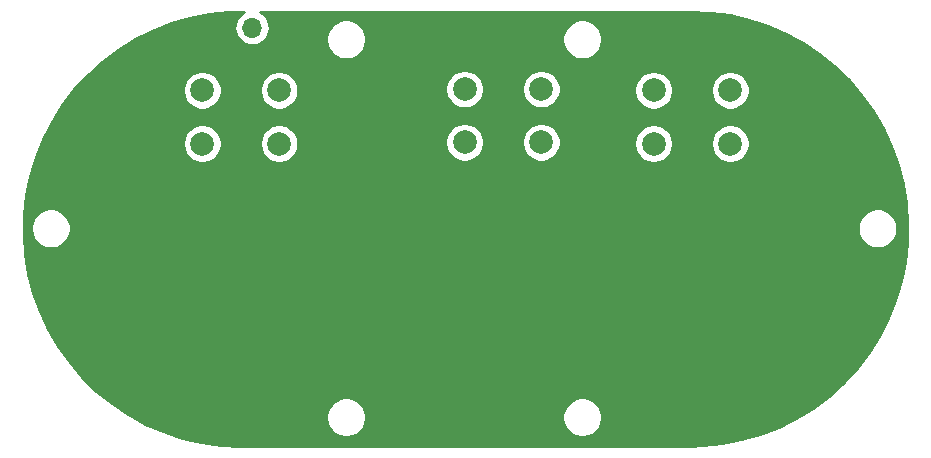
<source format=gbr>
G04 #@! TF.GenerationSoftware,KiCad,Pcbnew,(5.1.4-0)*
G04 #@! TF.CreationDate,2022-06-22T14:12:09-04:00*
G04 #@! TF.ProjectId,wheeler_lights,77686565-6c65-4725-9f6c-69676874732e,rev?*
G04 #@! TF.SameCoordinates,Original*
G04 #@! TF.FileFunction,Copper,L2,Bot*
G04 #@! TF.FilePolarity,Positive*
%FSLAX46Y46*%
G04 Gerber Fmt 4.6, Leading zero omitted, Abs format (unit mm)*
G04 Created by KiCad (PCBNEW (5.1.4-0)) date 2022-06-22 14:12:09*
%MOMM*%
%LPD*%
G04 APERTURE LIST*
%ADD10C,2.000000*%
%ADD11O,1.700000X1.700000*%
%ADD12R,1.700000X1.700000*%
%ADD13C,0.800000*%
%ADD14C,0.254000*%
G04 APERTURE END LIST*
D10*
X66830000Y-41315000D03*
X66830000Y-45815000D03*
X60330000Y-41315000D03*
X60330000Y-45815000D03*
X89030000Y-41215000D03*
X89030000Y-45715000D03*
X82530000Y-41215000D03*
X82530000Y-45715000D03*
X105030000Y-41315000D03*
X105030000Y-45815000D03*
X98530000Y-41315000D03*
X98530000Y-45815000D03*
D11*
X64540000Y-36000000D03*
D12*
X62000000Y-36000000D03*
D13*
X59730000Y-62215000D03*
X72530000Y-56215000D03*
X93030000Y-59315000D03*
D14*
G36*
X63710986Y-34759294D02*
G01*
X63484866Y-34944866D01*
X63299294Y-35170986D01*
X63161401Y-35428966D01*
X63076487Y-35708889D01*
X63047815Y-36000000D01*
X63076487Y-36291111D01*
X63161401Y-36571034D01*
X63299294Y-36829014D01*
X63484866Y-37055134D01*
X63710986Y-37240706D01*
X63968966Y-37378599D01*
X64248889Y-37463513D01*
X64467050Y-37485000D01*
X64612950Y-37485000D01*
X64831111Y-37463513D01*
X65111034Y-37378599D01*
X65369014Y-37240706D01*
X65595134Y-37055134D01*
X65776579Y-36834042D01*
X70815000Y-36834042D01*
X70815000Y-37165958D01*
X70879754Y-37491496D01*
X71006772Y-37798147D01*
X71191175Y-38074125D01*
X71425875Y-38308825D01*
X71701853Y-38493228D01*
X72008504Y-38620246D01*
X72334042Y-38685000D01*
X72665958Y-38685000D01*
X72991496Y-38620246D01*
X73298147Y-38493228D01*
X73574125Y-38308825D01*
X73808825Y-38074125D01*
X73993228Y-37798147D01*
X74120246Y-37491496D01*
X74185000Y-37165958D01*
X74185000Y-36834042D01*
X90815000Y-36834042D01*
X90815000Y-37165958D01*
X90879754Y-37491496D01*
X91006772Y-37798147D01*
X91191175Y-38074125D01*
X91425875Y-38308825D01*
X91701853Y-38493228D01*
X92008504Y-38620246D01*
X92334042Y-38685000D01*
X92665958Y-38685000D01*
X92991496Y-38620246D01*
X93298147Y-38493228D01*
X93574125Y-38308825D01*
X93808825Y-38074125D01*
X93993228Y-37798147D01*
X94120246Y-37491496D01*
X94185000Y-37165958D01*
X94185000Y-36834042D01*
X94120246Y-36508504D01*
X93993228Y-36201853D01*
X93808825Y-35925875D01*
X93574125Y-35691175D01*
X93298147Y-35506772D01*
X92991496Y-35379754D01*
X92665958Y-35315000D01*
X92334042Y-35315000D01*
X92008504Y-35379754D01*
X91701853Y-35506772D01*
X91425875Y-35691175D01*
X91191175Y-35925875D01*
X91006772Y-36201853D01*
X90879754Y-36508504D01*
X90815000Y-36834042D01*
X74185000Y-36834042D01*
X74120246Y-36508504D01*
X73993228Y-36201853D01*
X73808825Y-35925875D01*
X73574125Y-35691175D01*
X73298147Y-35506772D01*
X72991496Y-35379754D01*
X72665958Y-35315000D01*
X72334042Y-35315000D01*
X72008504Y-35379754D01*
X71701853Y-35506772D01*
X71425875Y-35691175D01*
X71191175Y-35925875D01*
X71006772Y-36201853D01*
X70879754Y-36508504D01*
X70815000Y-36834042D01*
X65776579Y-36834042D01*
X65780706Y-36829014D01*
X65918599Y-36571034D01*
X66003513Y-36291111D01*
X66032185Y-36000000D01*
X66003513Y-35708889D01*
X65918599Y-35428966D01*
X65780706Y-35170986D01*
X65595134Y-34944866D01*
X65369014Y-34759294D01*
X65183250Y-34660001D01*
X101644471Y-34660001D01*
X103324407Y-34736286D01*
X104975106Y-34962404D01*
X106598517Y-35337198D01*
X108181288Y-35857586D01*
X109710381Y-36519284D01*
X111173202Y-37316840D01*
X112557720Y-38243694D01*
X113852532Y-39292212D01*
X115046989Y-40453771D01*
X116131260Y-41718810D01*
X117096412Y-43076910D01*
X117934500Y-44516890D01*
X118638638Y-46026918D01*
X119203010Y-47594524D01*
X119622989Y-49206845D01*
X119895112Y-50850599D01*
X120017134Y-52512229D01*
X119988056Y-54178110D01*
X119808118Y-55834468D01*
X119478796Y-57467726D01*
X119002808Y-59064399D01*
X118384062Y-60611374D01*
X117627665Y-62095886D01*
X116739826Y-63505751D01*
X115727867Y-64829338D01*
X114600105Y-66055771D01*
X113365839Y-67174935D01*
X112035223Y-68177625D01*
X110619205Y-69055594D01*
X109129429Y-69801618D01*
X107578183Y-70409545D01*
X105978228Y-70874376D01*
X104342707Y-71192289D01*
X102679173Y-71361264D01*
X101650432Y-71390000D01*
X63575550Y-71390000D01*
X61895593Y-71313714D01*
X60244894Y-71087596D01*
X58621486Y-70712803D01*
X57038712Y-70192414D01*
X55509626Y-69530719D01*
X54231830Y-68834042D01*
X70815000Y-68834042D01*
X70815000Y-69165958D01*
X70879754Y-69491496D01*
X71006772Y-69798147D01*
X71191175Y-70074125D01*
X71425875Y-70308825D01*
X71701853Y-70493228D01*
X72008504Y-70620246D01*
X72334042Y-70685000D01*
X72665958Y-70685000D01*
X72991496Y-70620246D01*
X73298147Y-70493228D01*
X73574125Y-70308825D01*
X73808825Y-70074125D01*
X73993228Y-69798147D01*
X74120246Y-69491496D01*
X74185000Y-69165958D01*
X74185000Y-68834042D01*
X90815000Y-68834042D01*
X90815000Y-69165958D01*
X90879754Y-69491496D01*
X91006772Y-69798147D01*
X91191175Y-70074125D01*
X91425875Y-70308825D01*
X91701853Y-70493228D01*
X92008504Y-70620246D01*
X92334042Y-70685000D01*
X92665958Y-70685000D01*
X92991496Y-70620246D01*
X93298147Y-70493228D01*
X93574125Y-70308825D01*
X93808825Y-70074125D01*
X93993228Y-69798147D01*
X94120246Y-69491496D01*
X94185000Y-69165958D01*
X94185000Y-68834042D01*
X94120246Y-68508504D01*
X93993228Y-68201853D01*
X93808825Y-67925875D01*
X93574125Y-67691175D01*
X93298147Y-67506772D01*
X92991496Y-67379754D01*
X92665958Y-67315000D01*
X92334042Y-67315000D01*
X92008504Y-67379754D01*
X91701853Y-67506772D01*
X91425875Y-67691175D01*
X91191175Y-67925875D01*
X91006772Y-68201853D01*
X90879754Y-68508504D01*
X90815000Y-68834042D01*
X74185000Y-68834042D01*
X74120246Y-68508504D01*
X73993228Y-68201853D01*
X73808825Y-67925875D01*
X73574125Y-67691175D01*
X73298147Y-67506772D01*
X72991496Y-67379754D01*
X72665958Y-67315000D01*
X72334042Y-67315000D01*
X72008504Y-67379754D01*
X71701853Y-67506772D01*
X71425875Y-67691175D01*
X71191175Y-67925875D01*
X71006772Y-68201853D01*
X70879754Y-68508504D01*
X70815000Y-68834042D01*
X54231830Y-68834042D01*
X54046806Y-68733164D01*
X52662285Y-67806310D01*
X51367468Y-66757788D01*
X50173006Y-65596224D01*
X49088735Y-64331184D01*
X48123582Y-62973080D01*
X47285500Y-61533110D01*
X46581362Y-60023082D01*
X46016991Y-58455480D01*
X45597010Y-56843152D01*
X45324888Y-55199402D01*
X45202866Y-53537771D01*
X45215149Y-52834042D01*
X45815000Y-52834042D01*
X45815000Y-53165958D01*
X45879754Y-53491496D01*
X46006772Y-53798147D01*
X46191175Y-54074125D01*
X46425875Y-54308825D01*
X46701853Y-54493228D01*
X47008504Y-54620246D01*
X47334042Y-54685000D01*
X47665958Y-54685000D01*
X47991496Y-54620246D01*
X48298147Y-54493228D01*
X48574125Y-54308825D01*
X48808825Y-54074125D01*
X48993228Y-53798147D01*
X49120246Y-53491496D01*
X49185000Y-53165958D01*
X49185000Y-52834042D01*
X115815000Y-52834042D01*
X115815000Y-53165958D01*
X115879754Y-53491496D01*
X116006772Y-53798147D01*
X116191175Y-54074125D01*
X116425875Y-54308825D01*
X116701853Y-54493228D01*
X117008504Y-54620246D01*
X117334042Y-54685000D01*
X117665958Y-54685000D01*
X117991496Y-54620246D01*
X118298147Y-54493228D01*
X118574125Y-54308825D01*
X118808825Y-54074125D01*
X118993228Y-53798147D01*
X119120246Y-53491496D01*
X119185000Y-53165958D01*
X119185000Y-52834042D01*
X119120246Y-52508504D01*
X118993228Y-52201853D01*
X118808825Y-51925875D01*
X118574125Y-51691175D01*
X118298147Y-51506772D01*
X117991496Y-51379754D01*
X117665958Y-51315000D01*
X117334042Y-51315000D01*
X117008504Y-51379754D01*
X116701853Y-51506772D01*
X116425875Y-51691175D01*
X116191175Y-51925875D01*
X116006772Y-52201853D01*
X115879754Y-52508504D01*
X115815000Y-52834042D01*
X49185000Y-52834042D01*
X49120246Y-52508504D01*
X48993228Y-52201853D01*
X48808825Y-51925875D01*
X48574125Y-51691175D01*
X48298147Y-51506772D01*
X47991496Y-51379754D01*
X47665958Y-51315000D01*
X47334042Y-51315000D01*
X47008504Y-51379754D01*
X46701853Y-51506772D01*
X46425875Y-51691175D01*
X46191175Y-51925875D01*
X46006772Y-52201853D01*
X45879754Y-52508504D01*
X45815000Y-52834042D01*
X45215149Y-52834042D01*
X45231944Y-51871890D01*
X45411882Y-50215532D01*
X45741204Y-48582274D01*
X46217192Y-46985601D01*
X46749807Y-45653967D01*
X58695000Y-45653967D01*
X58695000Y-45976033D01*
X58757832Y-46291912D01*
X58881082Y-46589463D01*
X59060013Y-46857252D01*
X59287748Y-47084987D01*
X59555537Y-47263918D01*
X59853088Y-47387168D01*
X60168967Y-47450000D01*
X60491033Y-47450000D01*
X60806912Y-47387168D01*
X61104463Y-47263918D01*
X61372252Y-47084987D01*
X61599987Y-46857252D01*
X61778918Y-46589463D01*
X61902168Y-46291912D01*
X61965000Y-45976033D01*
X61965000Y-45653967D01*
X65195000Y-45653967D01*
X65195000Y-45976033D01*
X65257832Y-46291912D01*
X65381082Y-46589463D01*
X65560013Y-46857252D01*
X65787748Y-47084987D01*
X66055537Y-47263918D01*
X66353088Y-47387168D01*
X66668967Y-47450000D01*
X66991033Y-47450000D01*
X67306912Y-47387168D01*
X67604463Y-47263918D01*
X67872252Y-47084987D01*
X68099987Y-46857252D01*
X68278918Y-46589463D01*
X68402168Y-46291912D01*
X68465000Y-45976033D01*
X68465000Y-45653967D01*
X68445109Y-45553967D01*
X80895000Y-45553967D01*
X80895000Y-45876033D01*
X80957832Y-46191912D01*
X81081082Y-46489463D01*
X81260013Y-46757252D01*
X81487748Y-46984987D01*
X81755537Y-47163918D01*
X82053088Y-47287168D01*
X82368967Y-47350000D01*
X82691033Y-47350000D01*
X83006912Y-47287168D01*
X83304463Y-47163918D01*
X83572252Y-46984987D01*
X83799987Y-46757252D01*
X83978918Y-46489463D01*
X84102168Y-46191912D01*
X84165000Y-45876033D01*
X84165000Y-45553967D01*
X87395000Y-45553967D01*
X87395000Y-45876033D01*
X87457832Y-46191912D01*
X87581082Y-46489463D01*
X87760013Y-46757252D01*
X87987748Y-46984987D01*
X88255537Y-47163918D01*
X88553088Y-47287168D01*
X88868967Y-47350000D01*
X89191033Y-47350000D01*
X89506912Y-47287168D01*
X89804463Y-47163918D01*
X90072252Y-46984987D01*
X90299987Y-46757252D01*
X90478918Y-46489463D01*
X90602168Y-46191912D01*
X90665000Y-45876033D01*
X90665000Y-45653967D01*
X96895000Y-45653967D01*
X96895000Y-45976033D01*
X96957832Y-46291912D01*
X97081082Y-46589463D01*
X97260013Y-46857252D01*
X97487748Y-47084987D01*
X97755537Y-47263918D01*
X98053088Y-47387168D01*
X98368967Y-47450000D01*
X98691033Y-47450000D01*
X99006912Y-47387168D01*
X99304463Y-47263918D01*
X99572252Y-47084987D01*
X99799987Y-46857252D01*
X99978918Y-46589463D01*
X100102168Y-46291912D01*
X100165000Y-45976033D01*
X100165000Y-45653967D01*
X103395000Y-45653967D01*
X103395000Y-45976033D01*
X103457832Y-46291912D01*
X103581082Y-46589463D01*
X103760013Y-46857252D01*
X103987748Y-47084987D01*
X104255537Y-47263918D01*
X104553088Y-47387168D01*
X104868967Y-47450000D01*
X105191033Y-47450000D01*
X105506912Y-47387168D01*
X105804463Y-47263918D01*
X106072252Y-47084987D01*
X106299987Y-46857252D01*
X106478918Y-46589463D01*
X106602168Y-46291912D01*
X106665000Y-45976033D01*
X106665000Y-45653967D01*
X106602168Y-45338088D01*
X106478918Y-45040537D01*
X106299987Y-44772748D01*
X106072252Y-44545013D01*
X105804463Y-44366082D01*
X105506912Y-44242832D01*
X105191033Y-44180000D01*
X104868967Y-44180000D01*
X104553088Y-44242832D01*
X104255537Y-44366082D01*
X103987748Y-44545013D01*
X103760013Y-44772748D01*
X103581082Y-45040537D01*
X103457832Y-45338088D01*
X103395000Y-45653967D01*
X100165000Y-45653967D01*
X100102168Y-45338088D01*
X99978918Y-45040537D01*
X99799987Y-44772748D01*
X99572252Y-44545013D01*
X99304463Y-44366082D01*
X99006912Y-44242832D01*
X98691033Y-44180000D01*
X98368967Y-44180000D01*
X98053088Y-44242832D01*
X97755537Y-44366082D01*
X97487748Y-44545013D01*
X97260013Y-44772748D01*
X97081082Y-45040537D01*
X96957832Y-45338088D01*
X96895000Y-45653967D01*
X90665000Y-45653967D01*
X90665000Y-45553967D01*
X90602168Y-45238088D01*
X90478918Y-44940537D01*
X90299987Y-44672748D01*
X90072252Y-44445013D01*
X89804463Y-44266082D01*
X89506912Y-44142832D01*
X89191033Y-44080000D01*
X88868967Y-44080000D01*
X88553088Y-44142832D01*
X88255537Y-44266082D01*
X87987748Y-44445013D01*
X87760013Y-44672748D01*
X87581082Y-44940537D01*
X87457832Y-45238088D01*
X87395000Y-45553967D01*
X84165000Y-45553967D01*
X84102168Y-45238088D01*
X83978918Y-44940537D01*
X83799987Y-44672748D01*
X83572252Y-44445013D01*
X83304463Y-44266082D01*
X83006912Y-44142832D01*
X82691033Y-44080000D01*
X82368967Y-44080000D01*
X82053088Y-44142832D01*
X81755537Y-44266082D01*
X81487748Y-44445013D01*
X81260013Y-44672748D01*
X81081082Y-44940537D01*
X80957832Y-45238088D01*
X80895000Y-45553967D01*
X68445109Y-45553967D01*
X68402168Y-45338088D01*
X68278918Y-45040537D01*
X68099987Y-44772748D01*
X67872252Y-44545013D01*
X67604463Y-44366082D01*
X67306912Y-44242832D01*
X66991033Y-44180000D01*
X66668967Y-44180000D01*
X66353088Y-44242832D01*
X66055537Y-44366082D01*
X65787748Y-44545013D01*
X65560013Y-44772748D01*
X65381082Y-45040537D01*
X65257832Y-45338088D01*
X65195000Y-45653967D01*
X61965000Y-45653967D01*
X61902168Y-45338088D01*
X61778918Y-45040537D01*
X61599987Y-44772748D01*
X61372252Y-44545013D01*
X61104463Y-44366082D01*
X60806912Y-44242832D01*
X60491033Y-44180000D01*
X60168967Y-44180000D01*
X59853088Y-44242832D01*
X59555537Y-44366082D01*
X59287748Y-44545013D01*
X59060013Y-44772748D01*
X58881082Y-45040537D01*
X58757832Y-45338088D01*
X58695000Y-45653967D01*
X46749807Y-45653967D01*
X46835938Y-45438626D01*
X47592336Y-43954114D01*
X48480168Y-42544256D01*
X49492129Y-41220666D01*
X49553461Y-41153967D01*
X58695000Y-41153967D01*
X58695000Y-41476033D01*
X58757832Y-41791912D01*
X58881082Y-42089463D01*
X59060013Y-42357252D01*
X59287748Y-42584987D01*
X59555537Y-42763918D01*
X59853088Y-42887168D01*
X60168967Y-42950000D01*
X60491033Y-42950000D01*
X60806912Y-42887168D01*
X61104463Y-42763918D01*
X61372252Y-42584987D01*
X61599987Y-42357252D01*
X61778918Y-42089463D01*
X61902168Y-41791912D01*
X61965000Y-41476033D01*
X61965000Y-41153967D01*
X65195000Y-41153967D01*
X65195000Y-41476033D01*
X65257832Y-41791912D01*
X65381082Y-42089463D01*
X65560013Y-42357252D01*
X65787748Y-42584987D01*
X66055537Y-42763918D01*
X66353088Y-42887168D01*
X66668967Y-42950000D01*
X66991033Y-42950000D01*
X67306912Y-42887168D01*
X67604463Y-42763918D01*
X67872252Y-42584987D01*
X68099987Y-42357252D01*
X68278918Y-42089463D01*
X68402168Y-41791912D01*
X68465000Y-41476033D01*
X68465000Y-41153967D01*
X68445109Y-41053967D01*
X80895000Y-41053967D01*
X80895000Y-41376033D01*
X80957832Y-41691912D01*
X81081082Y-41989463D01*
X81260013Y-42257252D01*
X81487748Y-42484987D01*
X81755537Y-42663918D01*
X82053088Y-42787168D01*
X82368967Y-42850000D01*
X82691033Y-42850000D01*
X83006912Y-42787168D01*
X83304463Y-42663918D01*
X83572252Y-42484987D01*
X83799987Y-42257252D01*
X83978918Y-41989463D01*
X84102168Y-41691912D01*
X84165000Y-41376033D01*
X84165000Y-41053967D01*
X87395000Y-41053967D01*
X87395000Y-41376033D01*
X87457832Y-41691912D01*
X87581082Y-41989463D01*
X87760013Y-42257252D01*
X87987748Y-42484987D01*
X88255537Y-42663918D01*
X88553088Y-42787168D01*
X88868967Y-42850000D01*
X89191033Y-42850000D01*
X89506912Y-42787168D01*
X89804463Y-42663918D01*
X90072252Y-42484987D01*
X90299987Y-42257252D01*
X90478918Y-41989463D01*
X90602168Y-41691912D01*
X90665000Y-41376033D01*
X90665000Y-41153967D01*
X96895000Y-41153967D01*
X96895000Y-41476033D01*
X96957832Y-41791912D01*
X97081082Y-42089463D01*
X97260013Y-42357252D01*
X97487748Y-42584987D01*
X97755537Y-42763918D01*
X98053088Y-42887168D01*
X98368967Y-42950000D01*
X98691033Y-42950000D01*
X99006912Y-42887168D01*
X99304463Y-42763918D01*
X99572252Y-42584987D01*
X99799987Y-42357252D01*
X99978918Y-42089463D01*
X100102168Y-41791912D01*
X100165000Y-41476033D01*
X100165000Y-41153967D01*
X103395000Y-41153967D01*
X103395000Y-41476033D01*
X103457832Y-41791912D01*
X103581082Y-42089463D01*
X103760013Y-42357252D01*
X103987748Y-42584987D01*
X104255537Y-42763918D01*
X104553088Y-42887168D01*
X104868967Y-42950000D01*
X105191033Y-42950000D01*
X105506912Y-42887168D01*
X105804463Y-42763918D01*
X106072252Y-42584987D01*
X106299987Y-42357252D01*
X106478918Y-42089463D01*
X106602168Y-41791912D01*
X106665000Y-41476033D01*
X106665000Y-41153967D01*
X106602168Y-40838088D01*
X106478918Y-40540537D01*
X106299987Y-40272748D01*
X106072252Y-40045013D01*
X105804463Y-39866082D01*
X105506912Y-39742832D01*
X105191033Y-39680000D01*
X104868967Y-39680000D01*
X104553088Y-39742832D01*
X104255537Y-39866082D01*
X103987748Y-40045013D01*
X103760013Y-40272748D01*
X103581082Y-40540537D01*
X103457832Y-40838088D01*
X103395000Y-41153967D01*
X100165000Y-41153967D01*
X100102168Y-40838088D01*
X99978918Y-40540537D01*
X99799987Y-40272748D01*
X99572252Y-40045013D01*
X99304463Y-39866082D01*
X99006912Y-39742832D01*
X98691033Y-39680000D01*
X98368967Y-39680000D01*
X98053088Y-39742832D01*
X97755537Y-39866082D01*
X97487748Y-40045013D01*
X97260013Y-40272748D01*
X97081082Y-40540537D01*
X96957832Y-40838088D01*
X96895000Y-41153967D01*
X90665000Y-41153967D01*
X90665000Y-41053967D01*
X90602168Y-40738088D01*
X90478918Y-40440537D01*
X90299987Y-40172748D01*
X90072252Y-39945013D01*
X89804463Y-39766082D01*
X89506912Y-39642832D01*
X89191033Y-39580000D01*
X88868967Y-39580000D01*
X88553088Y-39642832D01*
X88255537Y-39766082D01*
X87987748Y-39945013D01*
X87760013Y-40172748D01*
X87581082Y-40440537D01*
X87457832Y-40738088D01*
X87395000Y-41053967D01*
X84165000Y-41053967D01*
X84102168Y-40738088D01*
X83978918Y-40440537D01*
X83799987Y-40172748D01*
X83572252Y-39945013D01*
X83304463Y-39766082D01*
X83006912Y-39642832D01*
X82691033Y-39580000D01*
X82368967Y-39580000D01*
X82053088Y-39642832D01*
X81755537Y-39766082D01*
X81487748Y-39945013D01*
X81260013Y-40172748D01*
X81081082Y-40440537D01*
X80957832Y-40738088D01*
X80895000Y-41053967D01*
X68445109Y-41053967D01*
X68402168Y-40838088D01*
X68278918Y-40540537D01*
X68099987Y-40272748D01*
X67872252Y-40045013D01*
X67604463Y-39866082D01*
X67306912Y-39742832D01*
X66991033Y-39680000D01*
X66668967Y-39680000D01*
X66353088Y-39742832D01*
X66055537Y-39866082D01*
X65787748Y-40045013D01*
X65560013Y-40272748D01*
X65381082Y-40540537D01*
X65257832Y-40838088D01*
X65195000Y-41153967D01*
X61965000Y-41153967D01*
X61902168Y-40838088D01*
X61778918Y-40540537D01*
X61599987Y-40272748D01*
X61372252Y-40045013D01*
X61104463Y-39866082D01*
X60806912Y-39742832D01*
X60491033Y-39680000D01*
X60168967Y-39680000D01*
X59853088Y-39742832D01*
X59555537Y-39866082D01*
X59287748Y-40045013D01*
X59060013Y-40272748D01*
X58881082Y-40540537D01*
X58757832Y-40838088D01*
X58695000Y-41153967D01*
X49553461Y-41153967D01*
X50619885Y-39994240D01*
X51854161Y-38875065D01*
X53184784Y-37872370D01*
X54600803Y-36994402D01*
X56090571Y-36248382D01*
X57641814Y-35640456D01*
X59241774Y-35175624D01*
X60877293Y-34857711D01*
X62540828Y-34688736D01*
X63569533Y-34660001D01*
X63896750Y-34660001D01*
X63710986Y-34759294D01*
X63710986Y-34759294D01*
G37*
X63710986Y-34759294D02*
X63484866Y-34944866D01*
X63299294Y-35170986D01*
X63161401Y-35428966D01*
X63076487Y-35708889D01*
X63047815Y-36000000D01*
X63076487Y-36291111D01*
X63161401Y-36571034D01*
X63299294Y-36829014D01*
X63484866Y-37055134D01*
X63710986Y-37240706D01*
X63968966Y-37378599D01*
X64248889Y-37463513D01*
X64467050Y-37485000D01*
X64612950Y-37485000D01*
X64831111Y-37463513D01*
X65111034Y-37378599D01*
X65369014Y-37240706D01*
X65595134Y-37055134D01*
X65776579Y-36834042D01*
X70815000Y-36834042D01*
X70815000Y-37165958D01*
X70879754Y-37491496D01*
X71006772Y-37798147D01*
X71191175Y-38074125D01*
X71425875Y-38308825D01*
X71701853Y-38493228D01*
X72008504Y-38620246D01*
X72334042Y-38685000D01*
X72665958Y-38685000D01*
X72991496Y-38620246D01*
X73298147Y-38493228D01*
X73574125Y-38308825D01*
X73808825Y-38074125D01*
X73993228Y-37798147D01*
X74120246Y-37491496D01*
X74185000Y-37165958D01*
X74185000Y-36834042D01*
X90815000Y-36834042D01*
X90815000Y-37165958D01*
X90879754Y-37491496D01*
X91006772Y-37798147D01*
X91191175Y-38074125D01*
X91425875Y-38308825D01*
X91701853Y-38493228D01*
X92008504Y-38620246D01*
X92334042Y-38685000D01*
X92665958Y-38685000D01*
X92991496Y-38620246D01*
X93298147Y-38493228D01*
X93574125Y-38308825D01*
X93808825Y-38074125D01*
X93993228Y-37798147D01*
X94120246Y-37491496D01*
X94185000Y-37165958D01*
X94185000Y-36834042D01*
X94120246Y-36508504D01*
X93993228Y-36201853D01*
X93808825Y-35925875D01*
X93574125Y-35691175D01*
X93298147Y-35506772D01*
X92991496Y-35379754D01*
X92665958Y-35315000D01*
X92334042Y-35315000D01*
X92008504Y-35379754D01*
X91701853Y-35506772D01*
X91425875Y-35691175D01*
X91191175Y-35925875D01*
X91006772Y-36201853D01*
X90879754Y-36508504D01*
X90815000Y-36834042D01*
X74185000Y-36834042D01*
X74120246Y-36508504D01*
X73993228Y-36201853D01*
X73808825Y-35925875D01*
X73574125Y-35691175D01*
X73298147Y-35506772D01*
X72991496Y-35379754D01*
X72665958Y-35315000D01*
X72334042Y-35315000D01*
X72008504Y-35379754D01*
X71701853Y-35506772D01*
X71425875Y-35691175D01*
X71191175Y-35925875D01*
X71006772Y-36201853D01*
X70879754Y-36508504D01*
X70815000Y-36834042D01*
X65776579Y-36834042D01*
X65780706Y-36829014D01*
X65918599Y-36571034D01*
X66003513Y-36291111D01*
X66032185Y-36000000D01*
X66003513Y-35708889D01*
X65918599Y-35428966D01*
X65780706Y-35170986D01*
X65595134Y-34944866D01*
X65369014Y-34759294D01*
X65183250Y-34660001D01*
X101644471Y-34660001D01*
X103324407Y-34736286D01*
X104975106Y-34962404D01*
X106598517Y-35337198D01*
X108181288Y-35857586D01*
X109710381Y-36519284D01*
X111173202Y-37316840D01*
X112557720Y-38243694D01*
X113852532Y-39292212D01*
X115046989Y-40453771D01*
X116131260Y-41718810D01*
X117096412Y-43076910D01*
X117934500Y-44516890D01*
X118638638Y-46026918D01*
X119203010Y-47594524D01*
X119622989Y-49206845D01*
X119895112Y-50850599D01*
X120017134Y-52512229D01*
X119988056Y-54178110D01*
X119808118Y-55834468D01*
X119478796Y-57467726D01*
X119002808Y-59064399D01*
X118384062Y-60611374D01*
X117627665Y-62095886D01*
X116739826Y-63505751D01*
X115727867Y-64829338D01*
X114600105Y-66055771D01*
X113365839Y-67174935D01*
X112035223Y-68177625D01*
X110619205Y-69055594D01*
X109129429Y-69801618D01*
X107578183Y-70409545D01*
X105978228Y-70874376D01*
X104342707Y-71192289D01*
X102679173Y-71361264D01*
X101650432Y-71390000D01*
X63575550Y-71390000D01*
X61895593Y-71313714D01*
X60244894Y-71087596D01*
X58621486Y-70712803D01*
X57038712Y-70192414D01*
X55509626Y-69530719D01*
X54231830Y-68834042D01*
X70815000Y-68834042D01*
X70815000Y-69165958D01*
X70879754Y-69491496D01*
X71006772Y-69798147D01*
X71191175Y-70074125D01*
X71425875Y-70308825D01*
X71701853Y-70493228D01*
X72008504Y-70620246D01*
X72334042Y-70685000D01*
X72665958Y-70685000D01*
X72991496Y-70620246D01*
X73298147Y-70493228D01*
X73574125Y-70308825D01*
X73808825Y-70074125D01*
X73993228Y-69798147D01*
X74120246Y-69491496D01*
X74185000Y-69165958D01*
X74185000Y-68834042D01*
X90815000Y-68834042D01*
X90815000Y-69165958D01*
X90879754Y-69491496D01*
X91006772Y-69798147D01*
X91191175Y-70074125D01*
X91425875Y-70308825D01*
X91701853Y-70493228D01*
X92008504Y-70620246D01*
X92334042Y-70685000D01*
X92665958Y-70685000D01*
X92991496Y-70620246D01*
X93298147Y-70493228D01*
X93574125Y-70308825D01*
X93808825Y-70074125D01*
X93993228Y-69798147D01*
X94120246Y-69491496D01*
X94185000Y-69165958D01*
X94185000Y-68834042D01*
X94120246Y-68508504D01*
X93993228Y-68201853D01*
X93808825Y-67925875D01*
X93574125Y-67691175D01*
X93298147Y-67506772D01*
X92991496Y-67379754D01*
X92665958Y-67315000D01*
X92334042Y-67315000D01*
X92008504Y-67379754D01*
X91701853Y-67506772D01*
X91425875Y-67691175D01*
X91191175Y-67925875D01*
X91006772Y-68201853D01*
X90879754Y-68508504D01*
X90815000Y-68834042D01*
X74185000Y-68834042D01*
X74120246Y-68508504D01*
X73993228Y-68201853D01*
X73808825Y-67925875D01*
X73574125Y-67691175D01*
X73298147Y-67506772D01*
X72991496Y-67379754D01*
X72665958Y-67315000D01*
X72334042Y-67315000D01*
X72008504Y-67379754D01*
X71701853Y-67506772D01*
X71425875Y-67691175D01*
X71191175Y-67925875D01*
X71006772Y-68201853D01*
X70879754Y-68508504D01*
X70815000Y-68834042D01*
X54231830Y-68834042D01*
X54046806Y-68733164D01*
X52662285Y-67806310D01*
X51367468Y-66757788D01*
X50173006Y-65596224D01*
X49088735Y-64331184D01*
X48123582Y-62973080D01*
X47285500Y-61533110D01*
X46581362Y-60023082D01*
X46016991Y-58455480D01*
X45597010Y-56843152D01*
X45324888Y-55199402D01*
X45202866Y-53537771D01*
X45215149Y-52834042D01*
X45815000Y-52834042D01*
X45815000Y-53165958D01*
X45879754Y-53491496D01*
X46006772Y-53798147D01*
X46191175Y-54074125D01*
X46425875Y-54308825D01*
X46701853Y-54493228D01*
X47008504Y-54620246D01*
X47334042Y-54685000D01*
X47665958Y-54685000D01*
X47991496Y-54620246D01*
X48298147Y-54493228D01*
X48574125Y-54308825D01*
X48808825Y-54074125D01*
X48993228Y-53798147D01*
X49120246Y-53491496D01*
X49185000Y-53165958D01*
X49185000Y-52834042D01*
X115815000Y-52834042D01*
X115815000Y-53165958D01*
X115879754Y-53491496D01*
X116006772Y-53798147D01*
X116191175Y-54074125D01*
X116425875Y-54308825D01*
X116701853Y-54493228D01*
X117008504Y-54620246D01*
X117334042Y-54685000D01*
X117665958Y-54685000D01*
X117991496Y-54620246D01*
X118298147Y-54493228D01*
X118574125Y-54308825D01*
X118808825Y-54074125D01*
X118993228Y-53798147D01*
X119120246Y-53491496D01*
X119185000Y-53165958D01*
X119185000Y-52834042D01*
X119120246Y-52508504D01*
X118993228Y-52201853D01*
X118808825Y-51925875D01*
X118574125Y-51691175D01*
X118298147Y-51506772D01*
X117991496Y-51379754D01*
X117665958Y-51315000D01*
X117334042Y-51315000D01*
X117008504Y-51379754D01*
X116701853Y-51506772D01*
X116425875Y-51691175D01*
X116191175Y-51925875D01*
X116006772Y-52201853D01*
X115879754Y-52508504D01*
X115815000Y-52834042D01*
X49185000Y-52834042D01*
X49120246Y-52508504D01*
X48993228Y-52201853D01*
X48808825Y-51925875D01*
X48574125Y-51691175D01*
X48298147Y-51506772D01*
X47991496Y-51379754D01*
X47665958Y-51315000D01*
X47334042Y-51315000D01*
X47008504Y-51379754D01*
X46701853Y-51506772D01*
X46425875Y-51691175D01*
X46191175Y-51925875D01*
X46006772Y-52201853D01*
X45879754Y-52508504D01*
X45815000Y-52834042D01*
X45215149Y-52834042D01*
X45231944Y-51871890D01*
X45411882Y-50215532D01*
X45741204Y-48582274D01*
X46217192Y-46985601D01*
X46749807Y-45653967D01*
X58695000Y-45653967D01*
X58695000Y-45976033D01*
X58757832Y-46291912D01*
X58881082Y-46589463D01*
X59060013Y-46857252D01*
X59287748Y-47084987D01*
X59555537Y-47263918D01*
X59853088Y-47387168D01*
X60168967Y-47450000D01*
X60491033Y-47450000D01*
X60806912Y-47387168D01*
X61104463Y-47263918D01*
X61372252Y-47084987D01*
X61599987Y-46857252D01*
X61778918Y-46589463D01*
X61902168Y-46291912D01*
X61965000Y-45976033D01*
X61965000Y-45653967D01*
X65195000Y-45653967D01*
X65195000Y-45976033D01*
X65257832Y-46291912D01*
X65381082Y-46589463D01*
X65560013Y-46857252D01*
X65787748Y-47084987D01*
X66055537Y-47263918D01*
X66353088Y-47387168D01*
X66668967Y-47450000D01*
X66991033Y-47450000D01*
X67306912Y-47387168D01*
X67604463Y-47263918D01*
X67872252Y-47084987D01*
X68099987Y-46857252D01*
X68278918Y-46589463D01*
X68402168Y-46291912D01*
X68465000Y-45976033D01*
X68465000Y-45653967D01*
X68445109Y-45553967D01*
X80895000Y-45553967D01*
X80895000Y-45876033D01*
X80957832Y-46191912D01*
X81081082Y-46489463D01*
X81260013Y-46757252D01*
X81487748Y-46984987D01*
X81755537Y-47163918D01*
X82053088Y-47287168D01*
X82368967Y-47350000D01*
X82691033Y-47350000D01*
X83006912Y-47287168D01*
X83304463Y-47163918D01*
X83572252Y-46984987D01*
X83799987Y-46757252D01*
X83978918Y-46489463D01*
X84102168Y-46191912D01*
X84165000Y-45876033D01*
X84165000Y-45553967D01*
X87395000Y-45553967D01*
X87395000Y-45876033D01*
X87457832Y-46191912D01*
X87581082Y-46489463D01*
X87760013Y-46757252D01*
X87987748Y-46984987D01*
X88255537Y-47163918D01*
X88553088Y-47287168D01*
X88868967Y-47350000D01*
X89191033Y-47350000D01*
X89506912Y-47287168D01*
X89804463Y-47163918D01*
X90072252Y-46984987D01*
X90299987Y-46757252D01*
X90478918Y-46489463D01*
X90602168Y-46191912D01*
X90665000Y-45876033D01*
X90665000Y-45653967D01*
X96895000Y-45653967D01*
X96895000Y-45976033D01*
X96957832Y-46291912D01*
X97081082Y-46589463D01*
X97260013Y-46857252D01*
X97487748Y-47084987D01*
X97755537Y-47263918D01*
X98053088Y-47387168D01*
X98368967Y-47450000D01*
X98691033Y-47450000D01*
X99006912Y-47387168D01*
X99304463Y-47263918D01*
X99572252Y-47084987D01*
X99799987Y-46857252D01*
X99978918Y-46589463D01*
X100102168Y-46291912D01*
X100165000Y-45976033D01*
X100165000Y-45653967D01*
X103395000Y-45653967D01*
X103395000Y-45976033D01*
X103457832Y-46291912D01*
X103581082Y-46589463D01*
X103760013Y-46857252D01*
X103987748Y-47084987D01*
X104255537Y-47263918D01*
X104553088Y-47387168D01*
X104868967Y-47450000D01*
X105191033Y-47450000D01*
X105506912Y-47387168D01*
X105804463Y-47263918D01*
X106072252Y-47084987D01*
X106299987Y-46857252D01*
X106478918Y-46589463D01*
X106602168Y-46291912D01*
X106665000Y-45976033D01*
X106665000Y-45653967D01*
X106602168Y-45338088D01*
X106478918Y-45040537D01*
X106299987Y-44772748D01*
X106072252Y-44545013D01*
X105804463Y-44366082D01*
X105506912Y-44242832D01*
X105191033Y-44180000D01*
X104868967Y-44180000D01*
X104553088Y-44242832D01*
X104255537Y-44366082D01*
X103987748Y-44545013D01*
X103760013Y-44772748D01*
X103581082Y-45040537D01*
X103457832Y-45338088D01*
X103395000Y-45653967D01*
X100165000Y-45653967D01*
X100102168Y-45338088D01*
X99978918Y-45040537D01*
X99799987Y-44772748D01*
X99572252Y-44545013D01*
X99304463Y-44366082D01*
X99006912Y-44242832D01*
X98691033Y-44180000D01*
X98368967Y-44180000D01*
X98053088Y-44242832D01*
X97755537Y-44366082D01*
X97487748Y-44545013D01*
X97260013Y-44772748D01*
X97081082Y-45040537D01*
X96957832Y-45338088D01*
X96895000Y-45653967D01*
X90665000Y-45653967D01*
X90665000Y-45553967D01*
X90602168Y-45238088D01*
X90478918Y-44940537D01*
X90299987Y-44672748D01*
X90072252Y-44445013D01*
X89804463Y-44266082D01*
X89506912Y-44142832D01*
X89191033Y-44080000D01*
X88868967Y-44080000D01*
X88553088Y-44142832D01*
X88255537Y-44266082D01*
X87987748Y-44445013D01*
X87760013Y-44672748D01*
X87581082Y-44940537D01*
X87457832Y-45238088D01*
X87395000Y-45553967D01*
X84165000Y-45553967D01*
X84102168Y-45238088D01*
X83978918Y-44940537D01*
X83799987Y-44672748D01*
X83572252Y-44445013D01*
X83304463Y-44266082D01*
X83006912Y-44142832D01*
X82691033Y-44080000D01*
X82368967Y-44080000D01*
X82053088Y-44142832D01*
X81755537Y-44266082D01*
X81487748Y-44445013D01*
X81260013Y-44672748D01*
X81081082Y-44940537D01*
X80957832Y-45238088D01*
X80895000Y-45553967D01*
X68445109Y-45553967D01*
X68402168Y-45338088D01*
X68278918Y-45040537D01*
X68099987Y-44772748D01*
X67872252Y-44545013D01*
X67604463Y-44366082D01*
X67306912Y-44242832D01*
X66991033Y-44180000D01*
X66668967Y-44180000D01*
X66353088Y-44242832D01*
X66055537Y-44366082D01*
X65787748Y-44545013D01*
X65560013Y-44772748D01*
X65381082Y-45040537D01*
X65257832Y-45338088D01*
X65195000Y-45653967D01*
X61965000Y-45653967D01*
X61902168Y-45338088D01*
X61778918Y-45040537D01*
X61599987Y-44772748D01*
X61372252Y-44545013D01*
X61104463Y-44366082D01*
X60806912Y-44242832D01*
X60491033Y-44180000D01*
X60168967Y-44180000D01*
X59853088Y-44242832D01*
X59555537Y-44366082D01*
X59287748Y-44545013D01*
X59060013Y-44772748D01*
X58881082Y-45040537D01*
X58757832Y-45338088D01*
X58695000Y-45653967D01*
X46749807Y-45653967D01*
X46835938Y-45438626D01*
X47592336Y-43954114D01*
X48480168Y-42544256D01*
X49492129Y-41220666D01*
X49553461Y-41153967D01*
X58695000Y-41153967D01*
X58695000Y-41476033D01*
X58757832Y-41791912D01*
X58881082Y-42089463D01*
X59060013Y-42357252D01*
X59287748Y-42584987D01*
X59555537Y-42763918D01*
X59853088Y-42887168D01*
X60168967Y-42950000D01*
X60491033Y-42950000D01*
X60806912Y-42887168D01*
X61104463Y-42763918D01*
X61372252Y-42584987D01*
X61599987Y-42357252D01*
X61778918Y-42089463D01*
X61902168Y-41791912D01*
X61965000Y-41476033D01*
X61965000Y-41153967D01*
X65195000Y-41153967D01*
X65195000Y-41476033D01*
X65257832Y-41791912D01*
X65381082Y-42089463D01*
X65560013Y-42357252D01*
X65787748Y-42584987D01*
X66055537Y-42763918D01*
X66353088Y-42887168D01*
X66668967Y-42950000D01*
X66991033Y-42950000D01*
X67306912Y-42887168D01*
X67604463Y-42763918D01*
X67872252Y-42584987D01*
X68099987Y-42357252D01*
X68278918Y-42089463D01*
X68402168Y-41791912D01*
X68465000Y-41476033D01*
X68465000Y-41153967D01*
X68445109Y-41053967D01*
X80895000Y-41053967D01*
X80895000Y-41376033D01*
X80957832Y-41691912D01*
X81081082Y-41989463D01*
X81260013Y-42257252D01*
X81487748Y-42484987D01*
X81755537Y-42663918D01*
X82053088Y-42787168D01*
X82368967Y-42850000D01*
X82691033Y-42850000D01*
X83006912Y-42787168D01*
X83304463Y-42663918D01*
X83572252Y-42484987D01*
X83799987Y-42257252D01*
X83978918Y-41989463D01*
X84102168Y-41691912D01*
X84165000Y-41376033D01*
X84165000Y-41053967D01*
X87395000Y-41053967D01*
X87395000Y-41376033D01*
X87457832Y-41691912D01*
X87581082Y-41989463D01*
X87760013Y-42257252D01*
X87987748Y-42484987D01*
X88255537Y-42663918D01*
X88553088Y-42787168D01*
X88868967Y-42850000D01*
X89191033Y-42850000D01*
X89506912Y-42787168D01*
X89804463Y-42663918D01*
X90072252Y-42484987D01*
X90299987Y-42257252D01*
X90478918Y-41989463D01*
X90602168Y-41691912D01*
X90665000Y-41376033D01*
X90665000Y-41153967D01*
X96895000Y-41153967D01*
X96895000Y-41476033D01*
X96957832Y-41791912D01*
X97081082Y-42089463D01*
X97260013Y-42357252D01*
X97487748Y-42584987D01*
X97755537Y-42763918D01*
X98053088Y-42887168D01*
X98368967Y-42950000D01*
X98691033Y-42950000D01*
X99006912Y-42887168D01*
X99304463Y-42763918D01*
X99572252Y-42584987D01*
X99799987Y-42357252D01*
X99978918Y-42089463D01*
X100102168Y-41791912D01*
X100165000Y-41476033D01*
X100165000Y-41153967D01*
X103395000Y-41153967D01*
X103395000Y-41476033D01*
X103457832Y-41791912D01*
X103581082Y-42089463D01*
X103760013Y-42357252D01*
X103987748Y-42584987D01*
X104255537Y-42763918D01*
X104553088Y-42887168D01*
X104868967Y-42950000D01*
X105191033Y-42950000D01*
X105506912Y-42887168D01*
X105804463Y-42763918D01*
X106072252Y-42584987D01*
X106299987Y-42357252D01*
X106478918Y-42089463D01*
X106602168Y-41791912D01*
X106665000Y-41476033D01*
X106665000Y-41153967D01*
X106602168Y-40838088D01*
X106478918Y-40540537D01*
X106299987Y-40272748D01*
X106072252Y-40045013D01*
X105804463Y-39866082D01*
X105506912Y-39742832D01*
X105191033Y-39680000D01*
X104868967Y-39680000D01*
X104553088Y-39742832D01*
X104255537Y-39866082D01*
X103987748Y-40045013D01*
X103760013Y-40272748D01*
X103581082Y-40540537D01*
X103457832Y-40838088D01*
X103395000Y-41153967D01*
X100165000Y-41153967D01*
X100102168Y-40838088D01*
X99978918Y-40540537D01*
X99799987Y-40272748D01*
X99572252Y-40045013D01*
X99304463Y-39866082D01*
X99006912Y-39742832D01*
X98691033Y-39680000D01*
X98368967Y-39680000D01*
X98053088Y-39742832D01*
X97755537Y-39866082D01*
X97487748Y-40045013D01*
X97260013Y-40272748D01*
X97081082Y-40540537D01*
X96957832Y-40838088D01*
X96895000Y-41153967D01*
X90665000Y-41153967D01*
X90665000Y-41053967D01*
X90602168Y-40738088D01*
X90478918Y-40440537D01*
X90299987Y-40172748D01*
X90072252Y-39945013D01*
X89804463Y-39766082D01*
X89506912Y-39642832D01*
X89191033Y-39580000D01*
X88868967Y-39580000D01*
X88553088Y-39642832D01*
X88255537Y-39766082D01*
X87987748Y-39945013D01*
X87760013Y-40172748D01*
X87581082Y-40440537D01*
X87457832Y-40738088D01*
X87395000Y-41053967D01*
X84165000Y-41053967D01*
X84102168Y-40738088D01*
X83978918Y-40440537D01*
X83799987Y-40172748D01*
X83572252Y-39945013D01*
X83304463Y-39766082D01*
X83006912Y-39642832D01*
X82691033Y-39580000D01*
X82368967Y-39580000D01*
X82053088Y-39642832D01*
X81755537Y-39766082D01*
X81487748Y-39945013D01*
X81260013Y-40172748D01*
X81081082Y-40440537D01*
X80957832Y-40738088D01*
X80895000Y-41053967D01*
X68445109Y-41053967D01*
X68402168Y-40838088D01*
X68278918Y-40540537D01*
X68099987Y-40272748D01*
X67872252Y-40045013D01*
X67604463Y-39866082D01*
X67306912Y-39742832D01*
X66991033Y-39680000D01*
X66668967Y-39680000D01*
X66353088Y-39742832D01*
X66055537Y-39866082D01*
X65787748Y-40045013D01*
X65560013Y-40272748D01*
X65381082Y-40540537D01*
X65257832Y-40838088D01*
X65195000Y-41153967D01*
X61965000Y-41153967D01*
X61902168Y-40838088D01*
X61778918Y-40540537D01*
X61599987Y-40272748D01*
X61372252Y-40045013D01*
X61104463Y-39866082D01*
X60806912Y-39742832D01*
X60491033Y-39680000D01*
X60168967Y-39680000D01*
X59853088Y-39742832D01*
X59555537Y-39866082D01*
X59287748Y-40045013D01*
X59060013Y-40272748D01*
X58881082Y-40540537D01*
X58757832Y-40838088D01*
X58695000Y-41153967D01*
X49553461Y-41153967D01*
X50619885Y-39994240D01*
X51854161Y-38875065D01*
X53184784Y-37872370D01*
X54600803Y-36994402D01*
X56090571Y-36248382D01*
X57641814Y-35640456D01*
X59241774Y-35175624D01*
X60877293Y-34857711D01*
X62540828Y-34688736D01*
X63569533Y-34660001D01*
X63896750Y-34660001D01*
X63710986Y-34759294D01*
M02*

</source>
